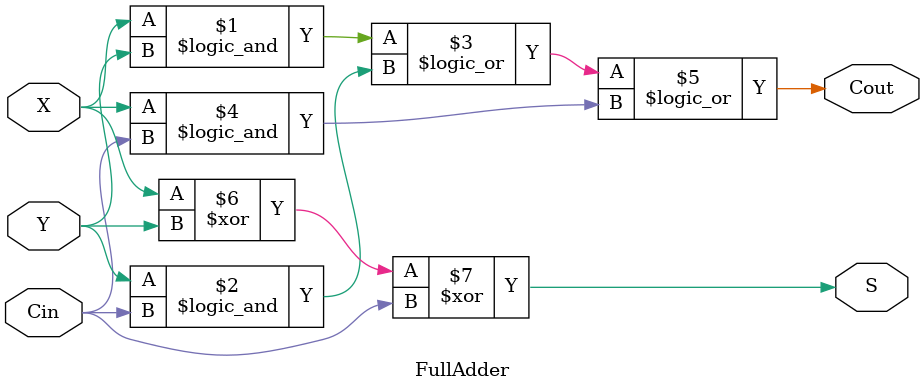
<source format=v>
module FullAdder(X, Y, Cin, Cout, S);

input X, Y, Cin;
output Cout, S;

assign Cout = (X && Y) || (Y && Cin) || (X && Cin);
assign S = X ^ Y ^ Cin;

endmodule
</source>
